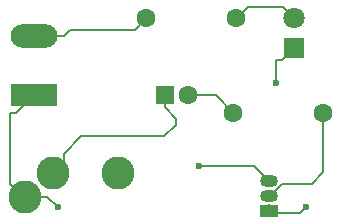
<source format=gbr>
%TF.GenerationSoftware,KiCad,Pcbnew,9.0.2*%
%TF.CreationDate,2025-07-25T11:16:10+05:30*%
%TF.ProjectId,IR,49522e6b-6963-4616-945f-706362585858,rev?*%
%TF.SameCoordinates,Original*%
%TF.FileFunction,Copper,L1,Top*%
%TF.FilePolarity,Positive*%
%FSLAX46Y46*%
G04 Gerber Fmt 4.6, Leading zero omitted, Abs format (unit mm)*
G04 Created by KiCad (PCBNEW 9.0.2) date 2025-07-25 11:16:10*
%MOMM*%
%LPD*%
G01*
G04 APERTURE LIST*
G04 Aperture macros list*
%AMRoundRect*
0 Rectangle with rounded corners*
0 $1 Rounding radius*
0 $2 $3 $4 $5 $6 $7 $8 $9 X,Y pos of 4 corners*
0 Add a 4 corners polygon primitive as box body*
4,1,4,$2,$3,$4,$5,$6,$7,$8,$9,$2,$3,0*
0 Add four circle primitives for the rounded corners*
1,1,$1+$1,$2,$3*
1,1,$1+$1,$4,$5*
1,1,$1+$1,$6,$7*
1,1,$1+$1,$8,$9*
0 Add four rect primitives between the rounded corners*
20,1,$1+$1,$2,$3,$4,$5,0*
20,1,$1+$1,$4,$5,$6,$7,0*
20,1,$1+$1,$6,$7,$8,$9,0*
20,1,$1+$1,$8,$9,$2,$3,0*%
G04 Aperture macros list end*
%TA.AperFunction,ComponentPad*%
%ADD10C,1.600000*%
%TD*%
%TA.AperFunction,ComponentPad*%
%ADD11RoundRect,0.250000X-0.550000X-0.550000X0.550000X-0.550000X0.550000X0.550000X-0.550000X0.550000X0*%
%TD*%
%TA.AperFunction,ComponentPad*%
%ADD12R,3.960000X1.980000*%
%TD*%
%TA.AperFunction,ComponentPad*%
%ADD13O,3.960000X1.980000*%
%TD*%
%TA.AperFunction,ComponentPad*%
%ADD14R,1.500000X1.050000*%
%TD*%
%TA.AperFunction,ComponentPad*%
%ADD15O,1.500000X1.050000*%
%TD*%
%TA.AperFunction,ComponentPad*%
%ADD16R,1.800000X1.800000*%
%TD*%
%TA.AperFunction,ComponentPad*%
%ADD17C,1.800000*%
%TD*%
%TA.AperFunction,ComponentPad*%
%ADD18C,2.800000*%
%TD*%
%TA.AperFunction,ViaPad*%
%ADD19C,0.600000*%
%TD*%
%TA.AperFunction,Conductor*%
%ADD20C,0.200000*%
%TD*%
G04 APERTURE END LIST*
D10*
%TO.P,R2,1*%
%TO.N,+5V*%
X103000000Y-82000000D03*
%TO.P,R2,2*%
%TO.N,Net-(D1-A)*%
X110620000Y-82000000D03*
%TD*%
D11*
%TO.P,C1,1*%
%TO.N,Net-(C1-Pad1)*%
X104544888Y-88500000D03*
D10*
%TO.P,C1,2*%
%TO.N,Net-(C1-Pad2)*%
X106544888Y-88500000D03*
%TD*%
D12*
%TO.P,J1,1,Pin_1*%
%TO.N,GND*%
X93500000Y-88500000D03*
D13*
%TO.P,J1,2,Pin_2*%
%TO.N,+5V*%
X93500000Y-83500000D03*
%TD*%
D14*
%TO.P,Q1,1,E*%
%TO.N,Net-(D1-K)*%
X113360000Y-98270000D03*
D15*
%TO.P,Q1,2,B*%
%TO.N,Net-(Q1-B)*%
X113360000Y-97000000D03*
%TO.P,Q1,3,C*%
%TO.N,GND*%
X113360000Y-95730000D03*
%TD*%
D10*
%TO.P,R1,1*%
%TO.N,Net-(C1-Pad2)*%
X110380000Y-90000000D03*
%TO.P,R1,2*%
%TO.N,Net-(Q1-B)*%
X118000000Y-90000000D03*
%TD*%
D16*
%TO.P,D1,1,K*%
%TO.N,Net-(D1-K)*%
X115500000Y-84500000D03*
D17*
%TO.P,D1,2,A*%
%TO.N,Net-(D1-A)*%
X115500000Y-81960000D03*
%TD*%
D18*
%TO.P,J2,R*%
%TO.N,unconnected-(J2-PadR)*%
X100600000Y-95100000D03*
%TO.P,J2,S*%
%TO.N,GND*%
X92700000Y-97100000D03*
%TO.P,J2,T*%
%TO.N,Net-(C1-Pad1)*%
X95100000Y-95100000D03*
%TD*%
D19*
%TO.N,Net-(D1-K)*%
X116500000Y-98000000D03*
X114000000Y-87500000D03*
%TO.N,GND*%
X107500000Y-94500000D03*
X95500000Y-98000000D03*
%TD*%
D20*
%TO.N,Net-(C1-Pad1)*%
X105500000Y-91000000D02*
X105500000Y-90500000D01*
X97500000Y-92000000D02*
X104500000Y-92000000D01*
X96000000Y-93500000D02*
X97500000Y-92000000D01*
X104500000Y-92000000D02*
X105500000Y-91000000D01*
X104544888Y-89544888D02*
X104544888Y-88500000D01*
X105500000Y-90500000D02*
X104544888Y-89544888D01*
X95100000Y-95100000D02*
X96000000Y-94200000D01*
X96000000Y-94200000D02*
X96000000Y-93500000D01*
%TO.N,Net-(C1-Pad2)*%
X108880000Y-88500000D02*
X110380000Y-90000000D01*
X106544888Y-88500000D02*
X108880000Y-88500000D01*
%TO.N,Net-(D1-A)*%
X114540000Y-81000000D02*
X115500000Y-81960000D01*
X111620000Y-81000000D02*
X114540000Y-81000000D01*
X110620000Y-82000000D02*
X111620000Y-81000000D01*
%TO.N,Net-(D1-K)*%
X115500000Y-84500000D02*
X114500000Y-85500000D01*
X113360000Y-97860000D02*
X113326000Y-97826000D01*
X114000000Y-85500000D02*
X114000000Y-87500000D01*
X113500000Y-98410000D02*
X113500000Y-98500000D01*
X113360000Y-98270000D02*
X113360000Y-97860000D01*
X116000000Y-98500000D02*
X113590000Y-98500000D01*
X114500000Y-85500000D02*
X114000000Y-85500000D01*
X116500000Y-98000000D02*
X116000000Y-98500000D01*
X113326000Y-97826000D02*
X113500000Y-97826000D01*
X113590000Y-98500000D02*
X113360000Y-98270000D01*
%TO.N,GND*%
X94600000Y-97100000D02*
X92700000Y-97100000D01*
X113360000Y-95730000D02*
X112130000Y-94500000D01*
X92700000Y-97100000D02*
X92600000Y-97100000D01*
X92000000Y-90000000D02*
X93500000Y-88500000D01*
X95500000Y-98000000D02*
X94600000Y-97100000D01*
X92600000Y-97100000D02*
X91500000Y-96000000D01*
X91500000Y-96000000D02*
X91500000Y-90000000D01*
X91500000Y-90000000D02*
X92000000Y-90000000D01*
X112130000Y-94500000D02*
X107500000Y-94500000D01*
%TO.N,+5V*%
X96500000Y-83000000D02*
X96000000Y-83500000D01*
X102000000Y-83000000D02*
X96500000Y-83000000D01*
X103000000Y-82000000D02*
X102000000Y-83000000D01*
X96000000Y-83500000D02*
X93500000Y-83500000D01*
%TO.N,Net-(Q1-B)*%
X113135000Y-97000000D02*
X113360000Y-97000000D01*
X113500000Y-97000000D02*
X113360000Y-97000000D01*
X114500000Y-96000000D02*
X113500000Y-97000000D01*
X117000000Y-96000000D02*
X114500000Y-96000000D01*
X118000000Y-90000000D02*
X118000000Y-95000000D01*
X118000000Y-95000000D02*
X117000000Y-96000000D01*
%TD*%
M02*

</source>
